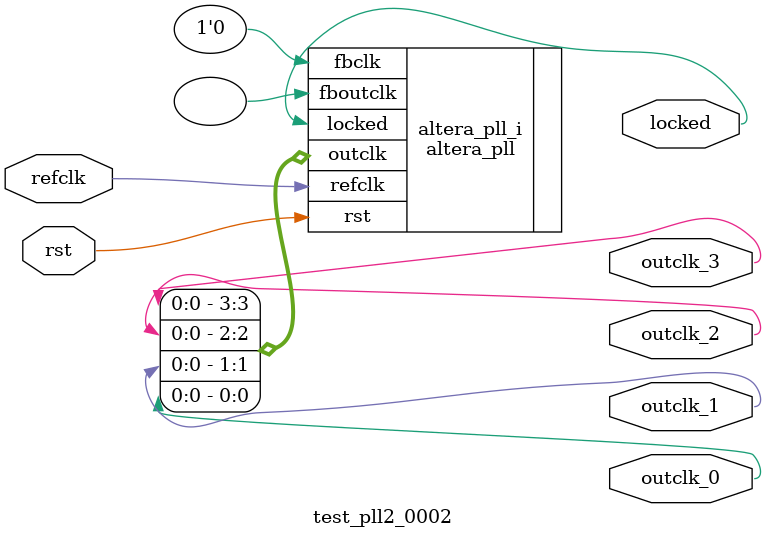
<source format=v>
`timescale 1ns/10ps
module  test_pll2_0002(

	// interface 'refclk'
	input wire refclk,

	// interface 'reset'
	input wire rst,

	// interface 'outclk0'
	output wire outclk_0,

	// interface 'outclk1'
	output wire outclk_1,

	// interface 'outclk2'
	output wire outclk_2,

	// interface 'outclk3'
	output wire outclk_3,

	// interface 'locked'
	output wire locked
);

	altera_pll #(
		.fractional_vco_multiplier("false"),
		.reference_clock_frequency("50.0 MHz"),
		.operation_mode("direct"),
		.number_of_clocks(4),
		.output_clock_frequency0("2.000000 MHz"),
		.phase_shift0("0 ps"),
		.duty_cycle0(50),
		.output_clock_frequency1("2.000000 MHz"),
		.phase_shift1("250000 ps"),
		.duty_cycle1(50),
		.output_clock_frequency2("5.000000 MHz"),
		.phase_shift2("0 ps"),
		.duty_cycle2(50),
		.output_clock_frequency3("5.000000 MHz"),
		.phase_shift3("100000 ps"),
		.duty_cycle3(50),
		.output_clock_frequency4("0 MHz"),
		.phase_shift4("0 ps"),
		.duty_cycle4(50),
		.output_clock_frequency5("0 MHz"),
		.phase_shift5("0 ps"),
		.duty_cycle5(50),
		.output_clock_frequency6("0 MHz"),
		.phase_shift6("0 ps"),
		.duty_cycle6(50),
		.output_clock_frequency7("0 MHz"),
		.phase_shift7("0 ps"),
		.duty_cycle7(50),
		.output_clock_frequency8("0 MHz"),
		.phase_shift8("0 ps"),
		.duty_cycle8(50),
		.output_clock_frequency9("0 MHz"),
		.phase_shift9("0 ps"),
		.duty_cycle9(50),
		.output_clock_frequency10("0 MHz"),
		.phase_shift10("0 ps"),
		.duty_cycle10(50),
		.output_clock_frequency11("0 MHz"),
		.phase_shift11("0 ps"),
		.duty_cycle11(50),
		.output_clock_frequency12("0 MHz"),
		.phase_shift12("0 ps"),
		.duty_cycle12(50),
		.output_clock_frequency13("0 MHz"),
		.phase_shift13("0 ps"),
		.duty_cycle13(50),
		.output_clock_frequency14("0 MHz"),
		.phase_shift14("0 ps"),
		.duty_cycle14(50),
		.output_clock_frequency15("0 MHz"),
		.phase_shift15("0 ps"),
		.duty_cycle15(50),
		.output_clock_frequency16("0 MHz"),
		.phase_shift16("0 ps"),
		.duty_cycle16(50),
		.output_clock_frequency17("0 MHz"),
		.phase_shift17("0 ps"),
		.duty_cycle17(50),
		.pll_type("General"),
		.pll_subtype("General")
	) altera_pll_i (
		.rst	(rst),
		.outclk	({outclk_3, outclk_2, outclk_1, outclk_0}),
		.locked	(locked),
		.fboutclk	( ),
		.fbclk	(1'b0),
		.refclk	(refclk)
	);
endmodule


</source>
